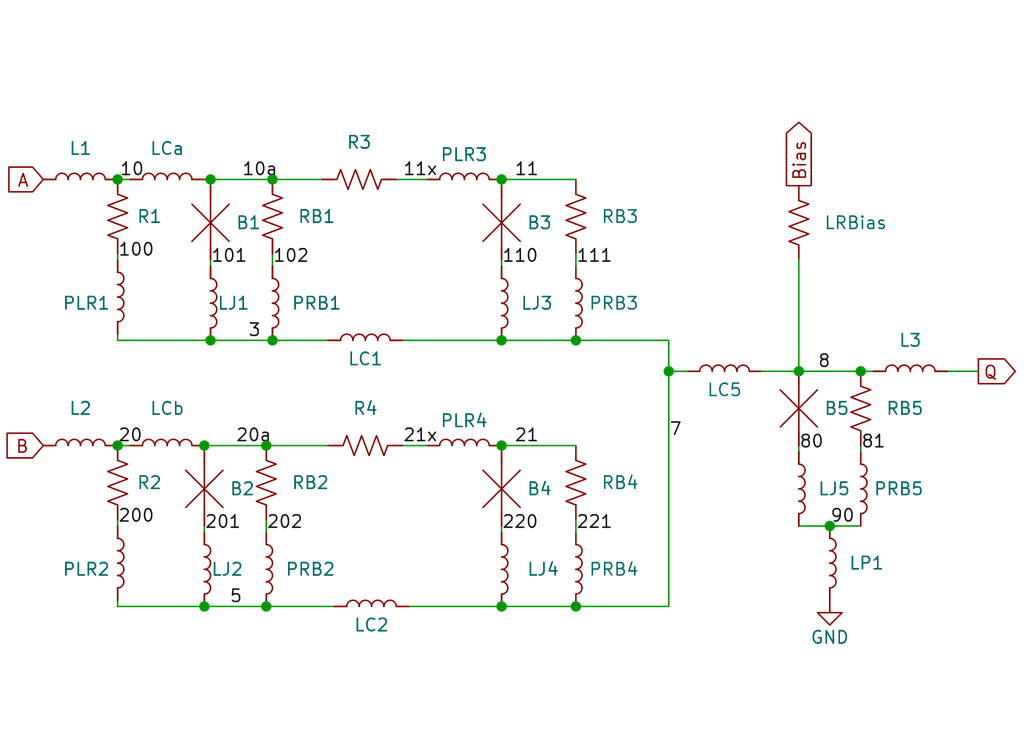
<source format=kicad_sch>
(kicad_sch (version 20211123) (generator eeschema)
  (paper "User" 105.004 75.0062)
  (lib_symbols
    (symbol "Superconductors:Inductor" (pin_numbers hide) (pin_names (offset 1.016) hide)
      (property "Reference" "L" (at 0 2.032 0))
      (symbol "Inductor_0_1"
        (arc (start -1.27 0) (mid -1.905 0.635) (end -2.54 0))
        (arc (start 0 0) (mid -0.635 0.635) (end -1.27 0))
        (arc (start 1.27 0) (mid 0.635 0.635) (end 0 0))
        (arc (start 2.54 0) (mid 1.905 0.635) (end 1.27 0))
      )
      (symbol "Inductor_1_1"
        (pin passive line (at -3.81 0 0) (length 1.27) (name "1") (number "1"))
        (pin passive line (at 3.81 0 180) (length 1.27) (name "2") (number "2"))
      )
    )
    (symbol "Superconductors:Resistor" (pin_numbers hide) (pin_names (offset 0))
      (property "Reference" "R" (at 2.54 0 90))
      (symbol "Resistor_0_1"
        (polyline (pts (xy 0 -2.286) (xy 0 -2.54)))
        (polyline (pts (xy 0 2.286) (xy 0 2.54)))
        (polyline (pts (xy 0 -0.762) (xy 1.016 -1.143) (xy 0 -1.524) (xy -1.016 -1.905) (xy 0 -2.286)))
        (polyline (pts (xy 0 0.762) (xy 1.016 0.381) (xy 0 0) (xy -1.016 -0.381) (xy 0 -0.762)))
        (polyline (pts (xy 0 2.286) (xy 1.016 1.905) (xy 0 1.524) (xy -1.016 1.143) (xy 0 0.762)))
      )
      (symbol "Resistor_1_1"
        (pin passive line (at 0 3.81 270) (length 1.27) (name "~") (number "1"))
        (pin passive line (at 0 -3.81 90) (length 1.27) (name "~") (number "2"))
      )
    )
    (symbol "Superconductors:jjmit" (pin_numbers hide) (pin_names (offset 0))
      (property "Reference" "B" (at 3.175 0 90))
      (property "Value" "jjmit" (at -3.175 0 90))
      (symbol "jjmit_0_1"
        (polyline (pts (xy -1.905 -1.905) (xy 1.905 1.905)))
        (polyline (pts (xy -1.905 1.905) (xy 1.905 -1.905)))
        (polyline (pts (xy 0 -2.54) (xy 0 2.54)))
      )
      (symbol "jjmit_1_1"
        (pin passive line (at 0 3.81 270) (length 1.27) (name "~") (number "1"))
        (pin passive line (at 0 -3.81 90) (length 1.27) (name "~") (number "2"))
      )
    )
    (symbol "power:GND" (power) (pin_names (offset 0))
      (property "Value" "GND" (at 0 -3.81 0))
      (symbol "GND_0_1"
        (polyline (pts (xy 0 0) (xy 0 -1.27) (xy 1.27 -1.27) (xy 0 -2.54) (xy -1.27 -1.27) (xy 0 -1.27)))
      )
      (symbol "GND_1_1"
        (pin power_in line (at 0 0 270) (length 0) hide (name "GND") (number "1"))
      )
    )
  )
  (junction (at 88.265 38.1))
  (junction (at 59.055 34.925))
  (junction (at 27.94 18.415))
  (junction (at 81.915 38.1))
  (junction (at 51.435 34.925))
  (junction (at 85.09 53.975))
  (junction (at 21.59 34.925))
  (junction (at 20.955 62.23))
  (junction (at 27.305 62.23))
  (junction (at 21.59 18.415))
  (junction (at 20.955 45.72))
  (junction (at 51.435 45.72))
  (junction (at 12.065 45.72))
  (junction (at 68.58 38.1))
  (junction (at 12.065 18.415))
  (junction (at 27.94 34.925))
  (junction (at 51.435 62.23))
  (junction (at 51.435 18.415))
  (junction (at 59.055 62.23))
  (junction (at 27.305 45.72))
  (wire (pts (xy 51.435 18.415) (xy 59.055 18.415)))
  (wire (pts (xy 27.305 54.61) (xy 27.305 53.34)))
  (wire (pts (xy 21.59 27.305) (xy 21.59 26.67)))
  (wire (pts (xy 27.305 62.23) (xy 34.29 62.23)))
  (wire (pts (xy 20.955 62.23) (xy 27.305 62.23)))
  (wire (pts (xy 21.59 34.925) (xy 27.94 34.925)))
  (wire (pts (xy 51.435 34.925) (xy 59.055 34.925)))
  (wire (pts (xy 81.915 38.1) (xy 88.265 38.1)))
  (wire (pts (xy 51.435 62.23) (xy 59.055 62.23)))
  (wire (pts (xy 41.275 34.925) (xy 51.435 34.925)))
  (wire (pts (xy 51.435 45.72) (xy 59.055 45.72)))
  (wire (pts (xy 20.955 45.72) (xy 27.305 45.72)))
  (wire (pts (xy 12.065 45.72) (xy 13.335 45.72)))
  (wire (pts (xy 88.265 38.1) (xy 89.535 38.1)))
  (wire (pts (xy 27.94 27.305) (xy 27.94 26.035)))
  (wire (pts (xy 59.055 62.23) (xy 68.58 62.23)))
  (wire (pts (xy 12.065 62.23) (xy 12.065 61.595)))
  (wire (pts (xy 41.91 62.23) (xy 51.435 62.23)))
  (wire (pts (xy 27.305 45.72) (xy 33.655 45.72)))
  (wire (pts (xy 68.58 34.925) (xy 68.58 38.1)))
  (wire (pts (xy 27.94 34.925) (xy 33.655 34.925)))
  (wire (pts (xy 12.065 34.925) (xy 21.59 34.925)))
  (wire (pts (xy 27.94 18.415) (xy 33.02 18.415)))
  (wire (pts (xy 51.435 45.72) (xy 51.435 46.355)))
  (wire (pts (xy 81.915 53.975) (xy 85.09 53.975)))
  (wire (pts (xy 12.065 34.925) (xy 12.065 34.29)))
  (wire (pts (xy 85.09 53.975) (xy 88.265 53.975)))
  (wire (pts (xy 51.435 18.415) (xy 51.435 19.05)))
  (wire (pts (xy 78.105 38.1) (xy 81.915 38.1)))
  (wire (pts (xy 88.265 46.355) (xy 88.265 45.72)))
  (wire (pts (xy 51.435 26.67) (xy 51.435 27.305)))
  (wire (pts (xy 21.59 18.415) (xy 27.94 18.415)))
  (wire (pts (xy 59.055 34.925) (xy 68.58 34.925)))
  (wire (pts (xy 12.065 18.415) (xy 13.335 18.415)))
  (wire (pts (xy 51.435 53.975) (xy 51.435 54.61)))
  (wire (pts (xy 40.64 18.415) (xy 43.815 18.415)))
  (wire (pts (xy 81.915 46.355) (xy 81.915 45.72)))
  (wire (pts (xy 12.065 26.67) (xy 12.065 26.035)))
  (wire (pts (xy 21.59 18.415) (xy 21.59 19.05)))
  (wire (pts (xy 12.065 62.23) (xy 20.955 62.23)))
  (wire (pts (xy 12.065 53.975) (xy 12.065 53.34)))
  (wire (pts (xy 59.055 54.61) (xy 59.055 53.34)))
  (wire (pts (xy 20.955 18.415) (xy 21.59 18.415)))
  (wire (pts (xy 59.055 27.305) (xy 59.055 26.035)))
  (wire (pts (xy 100.33 38.1) (xy 97.155 38.1)))
  (wire (pts (xy 68.58 38.1) (xy 68.58 62.23)))
  (wire (pts (xy 20.955 45.72) (xy 20.955 46.355)))
  (wire (pts (xy 20.955 54.61) (xy 20.955 53.975)))
  (wire (pts (xy 41.275 45.72) (xy 43.815 45.72)))
  (wire (pts (xy 68.58 38.1) (xy 70.485 38.1)))
  (wire (pts (xy 81.915 26.67) (xy 81.915 38.1)))
  (label "10a" (at 24.765 18.415 0))
  (label "21x" (at 41.275 45.72 0))
  (label "202" (at 27.305 54.61 0))
  (label "101" (at 21.59 27.305 0))
  (label "201" (at 20.955 54.61 0))
  (label "100" (at 12.065 26.67 0))
  (label "81" (at 88.265 46.355 0))
  (label "7" (at 68.58 45.085 0))
  (label "11x" (at 41.275 18.415 0))
  (label "111" (at 59.055 27.305 0))
  (label "200" (at 12.065 53.975 0))
  (label "3" (at 25.4 34.925 0))
  (label "110" (at 51.435 27.305 0))
  (label "10" (at 12.2311 18.415 0))
  (label "8" (at 83.82 38.1 0))
  (label "220" (at 51.435 54.61 0))
  (label "20" (at 12.065 45.72 0))
  (label "21" (at 52.705 45.72 0))
  (label "5" (at 23.495 62.23 0))
  (label "80" (at 81.915 46.355 0))
  (label "221" (at 59.055 54.61 0))
  (label "20a" (at 24.13 45.72 0))
  (label "102" (at 27.94 27.305 0))
  (label "90" (at 85.09 53.975 0))
  (label "11" (at 52.705 18.415 0))
  (global_label "A" (shape input) (at 4.445 18.415 180) (property "Intersheet References" "${INTERSHEET_REFS}" (effects hide)))
  (global_label "B" (shape input) (at 4.445 45.72 180) (property "Intersheet References" "${INTERSHEET_REFS}" (effects hide)))
  (global_label "Q" (shape output) (at 100.33 38.1 0) (property "Intersheet References" "${INTERSHEET_REFS}" (effects hide)))
  (global_label "Bias" (shape output) (at 81.915 19.05 90) (property "Intersheet References" "${INTERSHEET_REFS}" (effects hide)))
  (symbol (lib_id "Superconductors:jjmit") (at 20.955 50.165 180) (unit 1)
    (property "Reference" "B2" (at 23.495 50.165 0) (effects (justify right)))
    (property "Value" "jjmit" (effects hide))
  )
  (symbol (lib_id "Superconductors:Inductor") (at 74.295 38.1 0) (unit 1)
    (property "Reference" "LC5" (at 74.295 40.005 0))
    (property "Value" "Inductor" (effects hide))
  )
  (symbol (lib_id "Superconductors:Resistor") (at 59.055 49.53 0) (unit 1)
    (property "Reference" "RB4" (at 61.595 49.5299 0) (effects (justify left)))
    (property "Value" "Resistor" (effects hide))
  )
  (symbol (lib_id "Superconductors:Resistor") (at 81.915 22.86 0) (unit 1)
    (property "Reference" "LRBias" (at 84.455 22.8599 0) (effects (justify left)))
    (property "Value" "Resistor" (effects hide))
  )
  (symbol (lib_id "Superconductors:Inductor") (at 88.265 50.165 270) (unit 1)
    (property "Reference" "PRB5" (at 89.535 50.1649 90) (effects (justify left)))
    (property "Value" "Inductor" (effects hide))
  )
  (symbol (lib_id "Superconductors:jjmit") (at 51.435 50.165 180) (unit 1)
    (property "Reference" "B4" (at 53.975 50.1649 0) (effects (justify right)))
    (property "Value" "jjmit" (effects hide))
  )
  (symbol (lib_id "Superconductors:Inductor") (at 8.255 18.415 0) (unit 1)
    (property "Reference" "L1" (at 8.255 15.24 0))
    (property "Value" "Inductor" (effects hide))
  )
  (symbol (lib_id "Superconductors:Inductor") (at 51.435 31.115 270) (unit 1)
    (property "Reference" "LJ3" (at 53.34 31.115 90) (effects (justify left)))
    (property "Value" "Inductor" (effects hide))
  )
  (symbol (lib_id "power:GND") (at 85.09 61.595 0) (unit 1)
    (property "Reference" "#PWR01" (effects hide))
    (property "Value" "GND" (at 85.09 65.405 0))
  )
  (symbol (lib_id "Superconductors:Resistor") (at 12.065 49.53 0) (unit 1)
    (property "Reference" "R2" (at 13.97 49.5299 0) (effects (justify left)))
    (property "Value" "Resistor" (effects hide))
  )
  (symbol (lib_id "Superconductors:Inductor") (at 85.09 57.785 270) (unit 1)
    (property "Reference" "LP1" (at 86.995 57.7849 90) (effects (justify left)))
    (property "Value" "Inductor" (effects hide))
  )
  (symbol (lib_id "Superconductors:Resistor") (at 36.83 18.415 270) (unit 1)
    (property "Reference" "R3" (at 36.83 14.605 90))
    (property "Value" "Resistor" (effects hide))
  )
  (symbol (lib_id "Superconductors:Inductor") (at 21.59 31.115 270) (unit 1)
    (property "Reference" "LJ1" (at 22.225 31.115 90) (effects (justify left)))
    (property "Value" "Inductor" (effects hide))
  )
  (symbol (lib_id "Superconductors:Inductor") (at 20.955 58.42 270) (unit 1)
    (property "Reference" "LJ2" (at 21.59 58.42 90) (effects (justify left)))
    (property "Value" "Inductor" (effects hide))
  )
  (symbol (lib_id "Superconductors:Inductor") (at 27.305 58.42 270) (unit 1)
    (property "Reference" "PRB2" (at 29.21 58.42 90) (effects (justify left)))
    (property "Value" "Inductor" (effects hide))
  )
  (symbol (lib_id "Superconductors:Inductor") (at 37.465 34.925 0) (unit 1)
    (property "Reference" "LC1" (at 37.465 36.83 0))
    (property "Value" "Inductor" (effects hide))
  )
  (symbol (lib_id "Superconductors:Resistor") (at 59.055 22.225 0) (unit 1)
    (property "Reference" "RB3" (at 61.595 22.2249 0) (effects (justify left)))
    (property "Value" "Resistor" (effects hide))
  )
  (symbol (lib_id "Superconductors:Inductor") (at 93.345 38.1 0) (unit 1)
    (property "Reference" "L3" (at 93.345 34.925 0))
    (property "Value" "Inductor" (effects hide))
  )
  (symbol (lib_id "Superconductors:Inductor") (at 17.145 18.415 0) (unit 1)
    (property "Reference" "LCa" (at 17.145 15.24 0))
    (property "Value" "Inductor" (effects hide))
  )
  (symbol (lib_id "Superconductors:Inductor") (at 59.055 31.115 270) (unit 1)
    (property "Reference" "PRB3" (at 60.325 31.1149 90) (effects (justify left)))
    (property "Value" "Inductor" (effects hide))
  )
  (symbol (lib_id "Superconductors:Inductor") (at 8.255 45.72 0) (unit 1)
    (property "Reference" "L2" (at 8.255 41.91 0))
    (property "Value" "Inductor" (effects hide))
  )
  (symbol (lib_id "Superconductors:Inductor") (at 38.1 62.23 0) (unit 1)
    (property "Reference" "LC2" (at 38.1 64.135 0))
    (property "Value" "Inductor" (effects hide))
  )
  (symbol (lib_id "Superconductors:jjmit") (at 21.59 22.86 180) (unit 1)
    (property "Reference" "B1" (at 24.13 22.8599 0) (effects (justify right)))
    (property "Value" "jjmit" (effects hide))
  )
  (symbol (lib_id "Superconductors:Inductor") (at 59.055 58.42 270) (unit 1)
    (property "Reference" "PRB4" (at 60.325 58.4199 90) (effects (justify left)))
    (property "Value" "Inductor" (effects hide))
  )
  (symbol (lib_id "Superconductors:Inductor") (at 27.94 31.115 270) (unit 1)
    (property "Reference" "PRB1" (at 29.845 31.115 90) (effects (justify left)))
    (property "Value" "Inductor" (effects hide))
  )
  (symbol (lib_id "Superconductors:Resistor") (at 27.94 22.225 0) (unit 1)
    (property "Reference" "RB1" (at 30.48 22.2249 0) (effects (justify left)))
    (property "Value" "Resistor" (effects hide))
  )
  (symbol (lib_id "Superconductors:Inductor") (at 81.915 50.165 270) (unit 1)
    (property "Reference" "LJ5" (at 83.82 50.165 90) (effects (justify left)))
    (property "Value" "Inductor" (effects hide))
  )
  (symbol (lib_id "Superconductors:Inductor") (at 47.625 45.72 0) (unit 1)
    (property "Reference" "PLR4" (at 45.085 43.18 0) (effects (justify left)))
    (property "Value" "Inductor" (effects hide))
  )
  (symbol (lib_id "Superconductors:Inductor") (at 12.065 57.785 270) (unit 1)
    (property "Reference" "PLR2" (at 6.35 58.42 90) (effects (justify left)))
    (property "Value" "Inductor" (effects hide))
  )
  (symbol (lib_id "Superconductors:Inductor") (at 51.435 58.42 270) (unit 1)
    (property "Reference" "LJ4" (at 53.975 58.42 90) (effects (justify left)))
    (property "Value" "Inductor" (effects hide))
  )
  (symbol (lib_id "Superconductors:jjmit") (at 81.915 41.91 180) (unit 1)
    (property "Reference" "B5" (at 84.455 41.9099 0) (effects (justify right)))
    (property "Value" "jjmit" (effects hide))
  )
  (symbol (lib_id "Superconductors:Inductor") (at 47.625 18.415 0) (unit 1)
    (property "Reference" "PLR3" (at 45.085 15.875 0) (effects (justify left)))
    (property "Value" "Inductor" (effects hide))
  )
  (symbol (lib_id "Superconductors:Resistor") (at 37.465 45.72 270) (unit 1)
    (property "Reference" "R4" (at 37.465 41.91 90))
    (property "Value" "Resistor" (effects hide))
  )
  (symbol (lib_id "Superconductors:Resistor") (at 88.265 41.91 0) (unit 1)
    (property "Reference" "RB5" (at 90.805 41.9099 0) (effects (justify left)))
    (property "Value" "Resistor" (effects hide))
  )
  (symbol (lib_id "Superconductors:Resistor") (at 12.065 22.225 0) (unit 1)
    (property "Reference" "R1" (at 13.97 22.2249 0) (effects (justify left)))
    (property "Value" "Resistor" (effects hide))
  )
  (symbol (lib_id "Superconductors:jjmit") (at 51.435 22.86 180) (unit 1)
    (property "Reference" "B3" (at 53.975 22.8599 0) (effects (justify right)))
    (property "Value" "jjmit" (effects hide))
  )
  (symbol (lib_id "Superconductors:Inductor") (at 12.065 30.48 270) (unit 1)
    (property "Reference" "PLR1" (at 6.35 31.115 90) (effects (justify left)))
    (property "Value" "Inductor" (effects hide))
  )
  (symbol (lib_id "Superconductors:Inductor") (at 17.145 45.72 0) (unit 1)
    (property "Reference" "LCb" (at 17.145 41.91 0))
    (property "Value" "Inductor" (effects hide))
  )
  (symbol (lib_id "Superconductors:Resistor") (at 27.305 49.53 0) (unit 1)
    (property "Reference" "RB2" (at 29.845 49.5299 0) (effects (justify left)))
    (property "Value" "Resistor" (effects hide))
  )
)
</source>
